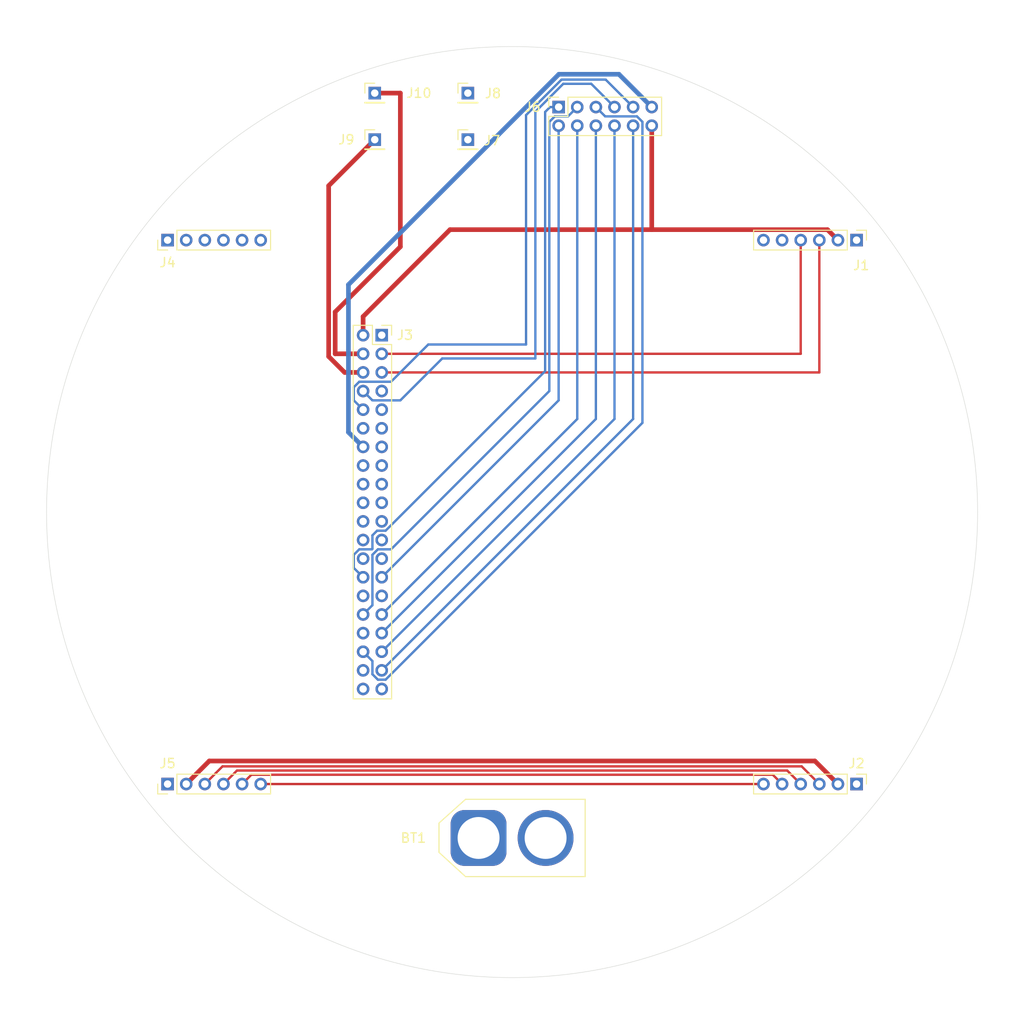
<source format=kicad_pcb>
(kicad_pcb (version 20240108) (generator "pcbnew") (generator_version "8.0")
  (layers (0 "F.Cu" signal) (1 "In1.Cu" power "-BATT") (2 "In2.Cu" power "+BATT") (31 "B.Cu" signal) (34 "B.Paste" user) (35 "F.Paste" user) (36 "B.SilkS" user "B.Silkscreen") (37 "F.SilkS" user "F.Silkscreen") (38 "B.Mask" user) (39 "F.Mask" user) (44 "Edge.Cuts" user))
  (net 0 "")
  (net 1 "+BATT")
  (net 2 "/GPIO26")
  (net 3 "/GPIO10")
  (net 4 "/GPIO6")
  (net 5 "/ID_SD")
  (net 6 "/GPIO16")
  (net 7 "/3V3")
  (net 8 "/GPIO23")
  (net 9 "/GPIO27")
  (net 10 "/GPIO21")
  (net 11 "/GPIO22")
  (net 12 "/ID_SC")
  (net 13 "/GPIO17")
  (net 14 "/GPIO20")
  (net 15 "/GPIO9")
  (net 16 "/GPIO12")
  (net 17 "/GPIO8")
  (net 18 "/GPIO13")
  (net 19 "/UART_RX")
  (net 20 "/GPIO5")
  (net 21 "/UART_TX")
  (net 22 "/GPIO4")
  (net 23 "/GPIO24")
  (net 24 "/GPIO25")
  (net 25 "/GPIO19")
  (net 26 "/GPIO7")
  (net 27 "/GPIO11")
  (net 28 "/GPIO18")
  (net 29 "/OE")
  (net 30 "/5V")
  (net 31 "/SCL")
  (net 32 "/SDA")
  (net 33 "-BATT")
  (footprint "Connector_AMASS:AMASS_XT60-F_1x02_P7.20mm_Vertical" (layer "F.Cu") (at 96.4 135)
    (property "Reference" "BT1" (at -7 0 180) (layer "F.SilkS"))
    (property "Value" "Battery")
    (fp_line (start -4.25 -1.6) (end -4.25 1.55) (stroke (width 0.12)) (layer "F.SilkS"))
    (fp_line (start -4.25 1.55) (end -1.4 4.15) (stroke (width 0.12)) (layer "F.SilkS"))
    (fp_line (start -1.4 -4.15) (end -4.25 -1.6) (stroke (width 0.12)) (layer "F.SilkS"))
    (fp_line (start -1.4 4.15) (end 11.45 4.15) (stroke (width 0.12)) (layer "F.SilkS"))
    (fp_line (start 11.45 -4.15) (end -1.4 -4.15) (stroke (width 0.12)) (layer "F.SilkS"))
    (fp_line (start 11.45 4.15) (end 11.45 -4.15) (stroke (width 0.12)) (layer "F.SilkS"))
    (pad "1" thru_hole roundrect (at 0 0) (size 6 6) (drill 4.5) (layers "*.Cu" "*.Mask") (net 33 "-BATT"))
    (pad "2" thru_hole circle (at 7.2 0) (size 6 6) (drill 4.5) (layers "*.Cu" "*.Mask") (net 1 "+BATT"))
  )
  (footprint "Connector_PinHeader_2.00mm:PinHeader_1x01_P2.00mm_Vertical" (layer "F.Cu") (at 85.25 55)
    (property "Reference" "J10" (at 4.75 0 0) (layer "F.SilkS"))
    (property "Value" "Out+")
    (fp_line (start -1.06 -1.06) (end 0 -1.06) (stroke (width 0.12)) (layer "F.SilkS"))
    (fp_line (start -1.06 0) (end -1.06 -1.06) (stroke (width 0.12)) (layer "F.SilkS"))
    (fp_line (start -1.06 1) (end -1.06 1.06) (stroke (width 0.12)) (layer "F.SilkS"))
    (fp_line (start -1.06 1) (end 1.06 1) (stroke (width 0.12)) (layer "F.SilkS"))
    (fp_line (start -1.06 1.06) (end 1.06 1.06) (stroke (width 0.12)) (layer "F.SilkS"))
    (fp_line (start 1.06 1) (end 1.06 1.06) (stroke (width 0.12)) (layer "F.SilkS"))
    (pad "1" thru_hole rect (at 0 0) (size 1.35 1.35) (drill 0.8) (layers "*.Cu" "*.Mask") (net 30 "/5V"))
  )
  (footprint "Connector_PinHeader_2.00mm:PinHeader_1x06_P2.00mm_Vertical" (layer "F.Cu") (at 137 129.21 -90)
    (property "Reference" "J2" (at -2.21 0 0) (layer "F.SilkS"))
    (property "Value" "Servo Driver Out")
    (fp_line (start -1.06 11.06) (end 1.06 11.06) (stroke (width 0.12)) (layer "F.SilkS"))
    (fp_line (start -1.06 1) (end -1.06 11.06) (stroke (width 0.12)) (layer "F.SilkS"))
    (fp_line (start -1.06 1) (end 1.06 1) (stroke (width 0.12)) (layer "F.SilkS"))
    (fp_line (start 1.06 1) (end 1.06 11.06) (stroke (width 0.12)) (layer "F.SilkS"))
    (fp_line (start -1.06 0) (end -1.06 -1.06) (stroke (width 0.12)) (layer "F.SilkS"))
    (fp_line (start -1.06 -1.06) (end 0 -1.06) (stroke (width 0.12)) (layer "F.SilkS"))
    (pad "1" thru_hole rect (at 0 0 270) (size 1.35 1.35) (drill 0.8) (layers "*.Cu" "*.Mask") (net 1 "+BATT"))
    (pad "2" thru_hole oval (at 0 2 270) (size 1.35 1.35) (drill 0.8) (layers "*.Cu" "*.Mask") (net 30 "/5V"))
    (pad "3" thru_hole oval (at 0 4 270) (size 1.35 1.35) (drill 0.8) (layers "*.Cu" "*.Mask") (net 31 "/SCL"))
    (pad "4" thru_hole oval (at 0 6 270) (size 1.35 1.35) (drill 0.8) (layers "*.Cu" "*.Mask") (net 32 "/SDA"))
    (pad "5" thru_hole oval (at 0 8 270) (size 1.35 1.35) (drill 0.8) (layers "*.Cu" "*.Mask") (net 29 "/OE"))
    (pad "6" thru_hole oval (at 0 10 270) (size 1.35 1.35) (drill 0.8) (layers "*.Cu" "*.Mask") (net 33 "-BATT"))
  )
  (footprint "Connector_PinHeader_2.00mm:PinHeader_1x06_P2.00mm_Vertical" (layer "F.Cu") (at 63 129.21 90)
    (property "Reference" "J5" (at 2.21 0 180) (layer "F.SilkS"))
    (property "Value" "Servo Driver In")
    (fp_line (start -1.06 -1.06) (end 0 -1.06) (stroke (width 0.12)) (layer "F.SilkS"))
    (fp_line (start -1.06 0) (end -1.06 -1.06) (stroke (width 0.12)) (layer "F.SilkS"))
    (fp_line (start 1.06 1) (end 1.06 11.06) (stroke (width 0.12)) (layer "F.SilkS"))
    (fp_line (start -1.06 1) (end 1.06 1) (stroke (width 0.12)) (layer "F.SilkS"))
    (fp_line (start -1.06 1) (end -1.06 11.06) (stroke (width 0.12)) (layer "F.SilkS"))
    (fp_line (start -1.06 11.06) (end 1.06 11.06) (stroke (width 0.12)) (layer "F.SilkS"))
    (pad "1" thru_hole rect (at 0 0 90) (size 1.35 1.35) (drill 0.8) (layers "*.Cu" "*.Mask") (net 1 "+BATT"))
    (pad "2" thru_hole oval (at 0 2 90) (size 1.35 1.35) (drill 0.8) (layers "*.Cu" "*.Mask") (net 30 "/5V"))
    (pad "3" thru_hole oval (at 0 4 90) (size 1.35 1.35) (drill 0.8) (layers "*.Cu" "*.Mask") (net 31 "/SCL"))
    (pad "4" thru_hole oval (at 0 6 90) (size 1.35 1.35) (drill 0.8) (layers "*.Cu" "*.Mask") (net 32 "/SDA"))
    (pad "5" thru_hole oval (at 0 8 90) (size 1.35 1.35) (drill 0.8) (layers "*.Cu" "*.Mask") (net 29 "/OE"))
    (pad "6" thru_hole oval (at 0 10 90) (size 1.35 1.35) (drill 0.8) (layers "*.Cu" "*.Mask") (net 33 "-BATT"))
  )
  (footprint "Connector_PinHeader_2.00mm:PinHeader_1x06_P2.00mm_Vertical" (layer "F.Cu") (at 63 70.79 90)
    (property "Reference" "J4" (at -2.41 0 180) (layer "F.SilkS"))
    (property "Value" "Servo Driver Out")
    (fp_line (start -1.06 -1.06) (end 0 -1.06) (stroke (width 0.12)) (layer "F.SilkS"))
    (fp_line (start -1.06 0) (end -1.06 -1.06) (stroke (width 0.12)) (layer "F.SilkS"))
    (fp_line (start 1.06 1) (end 1.06 11.06) (stroke (width 0.12)) (layer "F.SilkS"))
    (fp_line (start -1.06 1) (end 1.06 1) (stroke (width 0.12)) (layer "F.SilkS"))
    (fp_line (start -1.06 1) (end -1.06 11.06) (stroke (width 0.12)) (layer "F.SilkS"))
    (fp_line (start -1.06 11.06) (end 1.06 11.06) (stroke (width 0.12)) (layer "F.SilkS"))
    (pad "1" thru_hole rect (at 0 0 90) (size 1.35 1.35) (drill 0.8) (layers "*.Cu" "*.Mask") (net 1 "+BATT"))
    (pad "2" thru_hole oval (at 0 2 90) (size 1.35 1.35) (drill 0.8) (layers "*.Cu" "*.Mask") (net 30 "/5V"))
    (pad "3" thru_hole oval (at 0 4 90) (size 1.35 1.35) (drill 0.8) (layers "*.Cu" "*.Mask") (net 31 "/SCL"))
    (pad "4" thru_hole oval (at 0 6 90) (size 1.35 1.35) (drill 0.8) (layers "*.Cu" "*.Mask") (net 32 "/SDA"))
    (pad "5" thru_hole oval (at 0 8 90) (size 1.35 1.35) (drill 0.8) (layers "*.Cu" "*.Mask") (net 29 "/OE"))
    (pad "6" thru_hole oval (at 0 10 90) (size 1.35 1.35) (drill 0.8) (layers "*.Cu" "*.Mask") (net 33 "-BATT"))
  )
  (footprint "Connector_PinHeader_2.00mm:PinHeader_1x01_P2.00mm_Vertical" (layer "F.Cu") (at 85.25 60)
    (property "Reference" "J9" (at -3.05 0 0) (layer "F.SilkS"))
    (property "Value" "Out-")
    (fp_line (start -1.06 -1.06) (end 0 -1.06) (stroke (width 0.12)) (layer "F.SilkS"))
    (fp_line (start -1.06 0) (end -1.06 -1.06) (stroke (width 0.12)) (layer "F.SilkS"))
    (fp_line (start -1.06 1) (end -1.06 1.06) (stroke (width 0.12)) (layer "F.SilkS"))
    (fp_line (start -1.06 1) (end 1.06 1) (stroke (width 0.12)) (layer "F.SilkS"))
    (fp_line (start -1.06 1.06) (end 1.06 1.06) (stroke (width 0.12)) (layer "F.SilkS"))
    (fp_line (start 1.06 1) (end 1.06 1.06) (stroke (width 0.12)) (layer "F.SilkS"))
    (pad "1" thru_hole rect (at 0 0) (size 1.35 1.35) (drill 0.8) (layers "*.Cu" "*.Mask") (net 33 "-BATT"))
  )
  (footprint "Connector_PinHeader_2.00mm:PinHeader_1x06_P2.00mm_Vertical" (layer "F.Cu") (at 137 70.79 -90)
    (property "Reference" "J1" (at 2.71 -0.5 0) (layer "F.SilkS"))
    (property "Value" "Servo Driver In")
    (fp_line (start -1.06 11.06) (end 1.06 11.06) (stroke (width 0.12)) (layer "F.SilkS"))
    (fp_line (start -1.06 1) (end -1.06 11.06) (stroke (width 0.12)) (layer "F.SilkS"))
    (fp_line (start -1.06 1) (end 1.06 1) (stroke (width 0.12)) (layer "F.SilkS"))
    (fp_line (start 1.06 1) (end 1.06 11.06) (stroke (width 0.12)) (layer "F.SilkS"))
    (fp_line (start -1.06 0) (end -1.06 -1.06) (stroke (width 0.12)) (layer "F.SilkS"))
    (fp_line (start -1.06 -1.06) (end 0 -1.06) (stroke (width 0.12)) (layer "F.SilkS"))
    (pad "1" thru_hole rect (at 0 0 270) (size 1.35 1.35) (drill 0.8) (layers "*.Cu" "*.Mask") (net 1 "+BATT"))
    (pad "2" thru_hole oval (at 0 2 270) (size 1.35 1.35) (drill 0.8) (layers "*.Cu" "*.Mask") (net 30 "/5V"))
    (pad "3" thru_hole oval (at 0 4 270) (size 1.35 1.35) (drill 0.8) (layers "*.Cu" "*.Mask") (net 31 "/SCL"))
    (pad "4" thru_hole oval (at 0 6 270) (size 1.35 1.35) (drill 0.8) (layers "*.Cu" "*.Mask") (net 32 "/SDA"))
    (pad "5" thru_hole oval (at 0 8 270) (size 1.35 1.35) (drill 0.8) (layers "*.Cu" "*.Mask") (net 29 "/OE"))
    (pad "6" thru_hole oval (at 0 10 270) (size 1.35 1.35) (drill 0.8) (layers "*.Cu" "*.Mask") (net 33 "-BATT"))
  )
  (footprint "Connector_PinHeader_2.00mm:PinHeader_1x01_P2.00mm_Vertical" (layer "F.Cu") (at 95.25 60)
    (property "Reference" "J7" (at 2.6 0.1 0) (layer "F.SilkS"))
    (property "Value" "IN-")
    (fp_line (start -1.06 -1.06) (end 0 -1.06) (stroke (width 0.12)) (layer "F.SilkS"))
    (fp_line (start -1.06 0) (end -1.06 -1.06) (stroke (width 0.12)) (layer "F.SilkS"))
    (fp_line (start -1.06 1) (end -1.06 1.06) (stroke (width 0.12)) (layer "F.SilkS"))
    (fp_line (start -1.06 1) (end 1.06 1) (stroke (width 0.12)) (layer "F.SilkS"))
    (fp_line (start -1.06 1.06) (end 1.06 1.06) (stroke (width 0.12)) (layer "F.SilkS"))
    (fp_line (start 1.06 1) (end 1.06 1.06) (stroke (width 0.12)) (layer "F.SilkS"))
    (pad "1" thru_hole rect (at 0 0) (size 1.35 1.35) (drill 0.8) (layers "*.Cu" "*.Mask") (net 33 "-BATT"))
  )
  (footprint "Connector_PinSocket_2.00mm:PinSocket_2x20_P2.00mm_Vertical" (layer "F.Cu") (at 86 81)
    (property "Reference" "J3" (at 2.5 0 0) (layer "F.SilkS"))
    (property "Value" "Raspberry")
    (fp_line (start -3.06 -1.06) (end -3.06 39.06) (stroke (width 0.12)) (layer "F.SilkS"))
    (fp_line (start -3.06 -1.06) (end -1 -1.06) (stroke (width 0.12)) (layer "F.SilkS"))
    (fp_line (start -3.06 39.06) (end 1.06 39.06) (stroke (width 0.12)) (layer "F.SilkS"))
    (fp_line (start -1 -1.06) (end -1 1) (stroke (width 0.12)) (layer "F.SilkS"))
    (fp_line (start -1 1) (end 1.06 1) (stroke (width 0.12)) (layer "F.SilkS"))
    (fp_line (start 0 -1.06) (end 1.06 -1.06) (stroke (width 0.12)) (layer "F.SilkS"))
    (fp_line (start 1.06 -1.06) (end 1.06 0) (stroke (width 0.12)) (layer "F.SilkS"))
    (fp_line (start 1.06 1) (end 1.06 39.06) (stroke (width 0.12)) (layer "F.SilkS"))
    (pad "1" thru_hole rect (at 0 0) (size 1.35 1.35) (drill 0.8) (layers "*.Cu" "*.Mask") (net 7 "/3V3"))
    (pad "2" thru_hole oval (at -2 0) (size 1.35 1.35) (drill 0.8) (layers "*.Cu" "*.Mask") (net 30 "/5V"))
    (pad "3" thru_hole oval (at 0 2) (size 1.35 1.35) (drill 0.8) (layers "*.Cu" "*.Mask") (net 32 "/SDA"))
    (pad "4" thru_hole oval (at -2 2) (size 1.35 1.35) (drill 0.8) (layers "*.Cu" "*.Mask") (net 30 "/5V"))
    (pad "5" thru_hole oval (at 0 4) (size 1.35 1.35) (drill 0.8) (layers "*.Cu" "*.Mask") (net 31 "/SCL"))
    (pad "6" thru_hole oval (at -2 4) (size 1.35 1.35) (drill 0.8) (layers "*.Cu" "*.Mask") (net 33 "-BATT"))
    (pad "7" thru_hole oval (at 0 6) (size 1.35 1.35) (drill 0.8) (layers "*.Cu" "*.Mask") (net 22 "/GPIO4"))
    (pad "8" thru_hole oval (at -2 6) (size 1.35 1.35) (drill 0.8) (layers "*.Cu" "*.Mask") (net 21 "/UART_TX"))
    (pad "9" thru_hole oval (at 0 8) (size 1.35 1.35) (drill 0.8) (layers "*.Cu" "*.Mask") (net 33 "-BATT"))
    (pad "10" thru_hole oval (at -2 8) (size 1.35 1.35) (drill 0.8) (layers "*.Cu" "*.Mask") (net 19 "/UART_RX"))
    (pad "11" thru_hole oval (at 0 10) (size 1.35 1.35) (drill 0.8) (layers "*.Cu" "*.Mask") (net 13 "/GPIO17"))
    (pad "12" thru_hole oval (at -2 10) (size 1.35 1.35) (drill 0.8) (layers "*.Cu" "*.Mask") (net 28 "/GPIO18"))
    (pad "13" thru_hole oval (at 0 12) (size 1.35 1.35) (drill 0.8) (layers "*.Cu" "*.Mask") (net 9 "/GPIO27"))
    (pad "14" thru_hole oval (at -2 12) (size 1.35 1.35) (drill 0.8) (layers "*.Cu" "*.Mask") (net 33 "-BATT"))
    (pad "15" thru_hole oval (at 0 14) (size 1.35 1.35) (drill 0.8) (layers "*.Cu" "*.Mask") (net 11 "/GPIO22"))
    (pad "16" thru_hole oval (at -2 14) (size 1.35 1.35) (drill 0.8) (layers "*.Cu" "*.Mask") (net 8 "/GPIO23"))
    (pad "17" thru_hole oval (at 0 16) (size 1.35 1.35) (drill 0.8) (layers "*.Cu" "*.Mask") (net 7 "/3V3"))
    (pad "18" thru_hole oval (at -2 16) (size 1.35 1.35) (drill 0.8) (layers "*.Cu" "*.Mask") (net 23 "/GPIO24"))
    (pad "19" thru_hole oval (at 0 18) (size 1.35 1.35) (drill 0.8) (layers "*.Cu" "*.Mask") (net 3 "/GPIO10"))
    (pad "20" thru_hole oval (at -2 18) (size 1.35 1.35) (drill 0.8) (layers "*.Cu" "*.Mask") (net 33 "-BATT"))
    (pad "21" thru_hole oval (at 0 20) (size 1.35 1.35) (drill 0.8) (layers "*.Cu" "*.Mask") (net 15 "/GPIO9"))
    (pad "22" thru_hole oval (at -2 20) (size 1.35 1.35) (drill 0.8) (layers "*.Cu" "*.Mask") (net 24 "/GPIO25"))
    (pad "23" thru_hole oval (at 0 22) (size 1.35 1.35) (drill 0.8) (layers "*.Cu" "*.Mask") (net 27 "/GPIO11"))
    (pad "24" thru_hole oval (at -2 22) (size 1.35 1.35) (drill 0.8) (layers "*.Cu" "*.Mask") (net 17 "/GPIO8"))
    (pad "25" thru_hole oval (at 0 24) (size 1.35 1.35) (drill 0.8) (layers "*.Cu" "*.Mask") (net 33 "-BATT"))
    (pad "26" thru_hole oval (at -2 24) (size 1.35 1.35) (drill 0.8) (layers "*.Cu" "*.Mask") (net 26 "/GPIO7"))
    (pad "27" thru_hole oval (at 0 26) (size 1.35 1.35) (drill 0.8) (layers "*.Cu" "*.Mask") (net 5 "/ID_SD"))
    (pad "28" thru_hole oval (at -2 26) (size 1.35 1.35) (drill 0.8) (layers "*.Cu" "*.Mask") (net 12 "/ID_SC"))
    (pad "29" thru_hole oval (at 0 28) (size 1.35 1.35) (drill 0.8) (layers "*.Cu" "*.Mask") (net 20 "/GPIO5"))
    (pad "30" thru_hole oval (at -2 28) (size 1.35 1.35) (drill 0.8) (layers "*.Cu" "*.Mask") (net 33 "-BATT"))
    (pad "31" thru_hole oval (at 0 30) (size 1.35 1.35) (drill 0.8) (layers "*.Cu" "*.Mask") (net 4 "/GPIO6"))
    (pad "32" thru_hole oval (at -2 30) (size 1.35 1.35) (drill 0.8) (layers "*.Cu" "*.Mask") (net 16 "/GPIO12"))
    (pad "33" thru_hole oval (at 0 32) (size 1.35 1.35) (drill 0.8) (layers "*.Cu" "*.Mask") (net 18 "/GPIO13"))
    (pad "34" thru_hole oval (at -2 32) (size 1.35 1.35) (drill 0.8) (layers "*.Cu" "*.Mask") (net 33 "-BATT"))
    (pad "35" thru_hole oval (at 0 34) (size 1.35 1.35) (drill 0.8) (layers "*.Cu" "*.Mask") (net 25 "/GPIO19"))
    (pad "36" thru_hole oval (at -2 34) (size 1.35 1.35) (drill 0.8) (layers "*.Cu" "*.Mask") (net 6 "/GPIO16"))
    (pad "37" thru_hole oval (at 0 36) (size 1.35 1.35) (drill 0.8) (layers "*.Cu" "*.Mask") (net 2 "/GPIO26"))
    (pad "38" thru_hole oval (at -2 36) (size 1.35 1.35) (drill 0.8) (layers "*.Cu" "*.Mask") (net 14 "/GPIO20"))
    (pad "39" thru_hole oval (at 0 38) (size 1.35 1.35) (drill 0.8) (layers "*.Cu" "*.Mask") (net 33 "-BATT"))
    (pad "40" thru_hole oval (at -2 38) (size 1.35 1.35) (drill 0.8) (layers "*.Cu" "*.Mask") (net 10 "/GPIO21"))
  )
  (footprint "Connector_PinHeader_2.00mm:PinHeader_1x01_P2.00mm_Vertical" (layer "F.Cu") (at 95.25 55)
    (property "Reference" "J8" (at 2.696 0.036 0) (layer "F.SilkS"))
    (property "Value" "IN+")
    (fp_line (start -1.06 -1.06) (end 0 -1.06) (stroke (width 0.12)) (layer "F.SilkS"))
    (fp_line (start -1.06 0) (end -1.06 -1.06) (stroke (width 0.12)) (layer "F.SilkS"))
    (fp_line (start -1.06 1) (end -1.06 1.06) (stroke (width 0.12)) (layer "F.SilkS"))
    (fp_line (start -1.06 1) (end 1.06 1) (stroke (width 0.12)) (layer "F.SilkS"))
    (fp_line (start -1.06 1.06) (end 1.06 1.06) (stroke (width 0.12)) (layer "F.SilkS"))
    (fp_line (start 1.06 1) (end 1.06 1.06) (stroke (width 0.12)) (layer "F.SilkS"))
    (pad "1" thru_hole rect (at 0 0) (size 1.35 1.35) (drill 0.8) (layers "*.Cu" "*.Mask") (net 1 "+BATT"))
  )
  (footprint "Connector_PinSocket_2.00mm:PinSocket_2x06_P2.00mm_Vertical" (layer "F.Cu") (at 105 56.5 90)
    (property "Reference" "J6" (at 0 -2.8 0) (layer "F.SilkS"))
    (property "Value" "Conn_02x06_Odd_Even")
    (fp_line (start 1.06 -1.06) (end 1.06 0) (stroke (width 0.12)) (layer "F.SilkS"))
    (fp_line (start 0 -1.06) (end 1.06 -1.06) (stroke (width 0.12)) (layer "F.SilkS"))
    (fp_line (start -1 -1.06) (end -1 1) (stroke (width 0.12)) (layer "F.SilkS"))
    (fp_line (start -3.06 -1.06) (end -1 -1.06) (stroke (width 0.12)) (layer "F.SilkS"))
    (fp_line (start -3.06 -1.06) (end -3.06 11.06) (stroke (width 0.12)) (layer "F.SilkS"))
    (fp_line (start 1.06 1) (end 1.06 11.06) (stroke (width 0.12)) (layer "F.SilkS"))
    (fp_line (start -1 1) (end 1.06 1) (stroke (width 0.12)) (layer "F.SilkS"))
    (fp_line (start -3.06 11.06) (end 1.06 11.06) (stroke (width 0.12)) (layer "F.SilkS"))
    (pad "1" thru_hole rect (at 0 0 90) (size 1.35 1.35) (drill 0.8) (layers "*.Cu" "*.Mask") (net 12 "/ID_SC"))
    (pad "2" thru_hole oval (at -2 0 90) (size 1.35 1.35) (drill 0.8) (layers "*.Cu" "*.Mask") (net 5 "/ID_SD"))
    (pad "3" thru_hole oval (at 0 2 90) (size 1.35 1.35) (drill 0.8) (layers "*.Cu" "*.Mask") (net 16 "/GPIO12"))
    (pad "4" thru_hole oval (at -2 2 90) (size 1.35 1.35) (drill 0.8) (layers "*.Cu" "*.Mask") (net 4 "/GPIO6"))
    (pad "5" thru_hole oval (at 0 4 90) (size 1.35 1.35) (drill 0.8) (layers "*.Cu" "*.Mask") (net 6 "/GPIO16"))
    (pad "6" thru_hole oval (at -2 4 90) (size 1.35 1.35) (drill 0.8) (layers "*.Cu" "*.Mask") (net 18 "/GPIO13"))
    (pad "7" thru_hole oval (at 0 6 90) (size 1.35 1.35) (drill 0.8) (layers "*.Cu" "*.Mask") (net 21 "/UART_TX"))
    (pad "8" thru_hole oval (at -2 6 90) (size 1.35 1.35) (drill 0.8) (layers "*.Cu" "*.Mask") (net 25 "/GPIO19"))
    (pad "9" thru_hole oval (at 0 8 90) (size 1.35 1.35) (drill 0.8) (layers "*.Cu" "*.Mask") (net 19 "/UART_RX"))
    (pad "10" thru_hole oval (at -2 8 90) (size 1.35 1.35) (drill 0.8) (layers "*.Cu" "*.Mask") (net 2 "/GPIO26"))
    (pad "11" thru_hole oval (at 0 10 90) (size 1.35 1.35) (drill 0.8) (layers "*.Cu" "*.Mask") (net 33 "-BATT"))
    (pad "12" thru_hole oval (at -2 10 90) (size 1.35 1.35) (drill 0.8) (layers "*.Cu" "*.Mask") (net 30 "/5V"))
  )
  (gr_circle (center 100 100) (end 150 100) (stroke (width 0.05)) (fill none) (layer "Edge.Cuts"))
  (segment (start 113 58.5) (end 113 90) (width 0.25) (layer "B.Cu") (net 2))
  (segment (start 113 90) (end 86 117) (width 0.25) (layer "B.Cu") (net 2))
  (segment (start 107 58.5) (end 107 90) (width 0.25) (layer "B.Cu") (net 4))
  (segment (start 107 90) (end 86 111) (width 0.25) (layer "B.Cu") (net 4))
  (segment (start 105 88) (end 86 107) (width 0.25) (layer "B.Cu") (net 5))
  (segment (start 105 58.5) (end 105 88) (width 0.25) (layer "B.Cu") (net 5))
  (segment (start 86.414214 118) (end 85.585786 118) (width 0.25) (layer "B.Cu") (net 6))
  (segment (start 85 116) (end 84 115) (width 0.25) (layer "B.Cu") (net 6))
  (segment (start 85 117.414214) (end 85 116) (width 0.25) (layer "B.Cu") (net 6))
  (segment (start 110 57.5) (end 113.414214 57.5) (width 0.25) (layer "B.Cu") (net 6))
  (segment (start 114 58.085786) (end 114 90.414214) (width 0.25) (layer "B.Cu") (net 6))
  (segment (start 113.414214 57.5) (end 114 58.085786) (width 0.25) (layer "B.Cu") (net 6))
  (segment (start 114 90.414214) (end 86.414214 118) (width 0.25) (layer "B.Cu") (net 6))
  (segment (start 85.585786 118) (end 85 117.414214) (width 0.25) (layer "B.Cu") (net 6))
  (segment (start 109 56.5) (end 110 57.5) (width 0.25) (layer "B.Cu") (net 6))
  (segment (start 105 56.5) (end 104.075 56.5) (width 0.25) (layer "B.Cu") (net 12))
  (segment (start 83 106) (end 84 107) (width 0.25) (layer "B.Cu") (net 12))
  (segment (start 85 102.5) (end 85 103.94939) (width 0.25) (layer "B.Cu") (net 12))
  (segment (start 85 103.94939) (end 84.94939 104) (width 0.25) (layer "B.Cu") (net 12))
  (segment (start 86.414214 102) (end 85.5 102) (width 0.25) (layer "B.Cu") (net 12))
  (segment (start 85.5 102) (end 85 102.5) (width 0.25) (layer "B.Cu") (net 12))
  (segment (start 84.94939 104) (end 83.585786 104) (width 0.25) (layer "B.Cu") (net 12))
  (segment (start 83 104.585786) (end 83 106) (width 0.25) (layer "B.Cu") (net 12))
  (segment (start 104.075 56.5) (end 103.55 57.025) (width 0.25) (layer "B.Cu") (net 12))
  (segment (start 83.585786 104) (end 83 104.585786) (width 0.25) (layer "B.Cu") (net 12))
  (segment (start 103.55 57.025) (end 103.55 84.864214) (width 0.25) (layer "B.Cu") (net 12))
  (segment (start 103.55 84.864214) (end 86.414214 102) (width 0.25) (layer "B.Cu") (net 12))
  (segment (start 85 110) (end 84 111) (width 0.25) (layer "B.Cu") (net 16))
  (segment (start 87 104) (end 85.585786 104) (width 0.25) (layer "B.Cu") (net 16))
  (segment (start 85.585786 104) (end 85 104.585786) (width 0.25) (layer "B.Cu") (net 16))
  (segment (start 107 56.5) (end 106 57.5) (width 0.25) (layer "B.Cu") (net 16))
  (segment (start 104 87) (end 87 104) (width 0.25) (layer "B.Cu") (net 16))
  (segment (start 85 104.585786) (end 85 110) (width 0.25) (layer "B.Cu") (net 16))
  (segment (start 104 58.085786) (end 104 87) (width 0.25) (layer "B.Cu") (net 16))
  (segment (start 106 57.5) (end 104.585786 57.5) (width 0.25) (layer "B.Cu") (net 16))
  (segment (start 104.585786 57.5) (end 104 58.085786) (width 0.25) (layer "B.Cu") (net 16))
  (segment (start 109 58.5) (end 109 90) (width 0.25) (layer "B.Cu") (net 18))
  (segment (start 109 90) (end 86 113) (width 0.25) (layer "B.Cu") (net 18))
  (segment (start 110.05 53.55) (end 105.313604 53.55) (width 0.25) (layer "B.Cu") (net 19))
  (segment (start 105.313604 53.55) (end 101.5 57.363604) (width 0.25) (layer "B.Cu") (net 19))
  (segment (start 83 88) (end 84 89) (width 0.25) (layer "B.Cu") (net 19))
  (segment (start 113 56.5) (end 110.05 53.55) (width 0.25) (layer "B.Cu") (net 19))
  (segment (start 91 82) (end 87 86) (width 0.25) (layer "B.Cu") (net 19))
  (segment (start 83.585786 86) (end 83 86.585786) (width 0.25) (layer "B.Cu") (net 19))
  (segment (start 87 86) (end 83.585786 86) (width 0.25) (layer "B.Cu") (net 19))
  (segment (start 101.5 82) (end 91 82) (width 0.25) (layer "B.Cu") (net 19))
  (segment (start 101.5 57.363604) (end 101.5 82) (width 0.25) (layer "B.Cu") (net 19))
  (segment (start 83 86.585786) (end 83 88) (width 0.25) (layer "B.Cu") (net 19))
  (segment (start 92.5 83.5) (end 88 88) (width 0.25) (layer "B.Cu") (net 21))
  (segment (start 88 88) (end 85 88) (width 0.25) (layer "B.Cu") (net 21))
  (segment (start 102.5 83.5) (end 92.5 83.5) (width 0.25) (layer "B.Cu") (net 21))
  (segment (start 105.5 54) (end 102.5 57) (width 0.25) (layer "B.Cu") (net 21))
  (segment (start 85 88) (end 84 87) (width 0.25) (layer "B.Cu") (net 21))
  (segment (start 108.5 54) (end 105.5 54) (width 0.25) (layer "B.Cu") (net 21))
  (segment (start 102.5 57) (end 102.5 83.5) (width 0.25) (layer "B.Cu") (net 21))
  (segment (start 111 56.5) (end 108.5 54) (width 0.25) (layer "B.Cu") (net 21))
  (segment (start 111 90) (end 86 115) (width 0.25) (layer "B.Cu") (net 25))
  (segment (start 111 58.5) (end 111 90) (width 0.25) (layer "B.Cu") (net 25))
  (segment (start 72 128.21) (end 128 128.21) (width 0.25) (layer "F.Cu") (net 29))
  (segment (start 128 128.21) (end 129 129.21) (width 0.25) (layer "F.Cu") (net 29))
  (segment (start 71 129.21) (end 72 128.21) (width 0.25) (layer "F.Cu") (net 29))
  (segment (start 81 83) (end 81 78.5) (width 0.5) (layer "F.Cu") (net 30))
  (segment (start 88 55) (end 85.25 55) (width 0.5) (layer "F.Cu") (net 30))
  (segment (start 132.525 126.735) (end 135 129.21) (width 0.5) (layer "F.Cu") (net 30))
  (segment (start 65 129.21) (end 67.475 126.735) (width 0.5) (layer "F.Cu") (net 30))
  (segment (start 84 83) (end 81 83) (width 0.5) (layer "F.Cu") (net 30))
  (segment (start 84 81) (end 84 79) (width 0.5) (layer "F.Cu") (net 30))
  (segment (start 84 79) (end 93.335 69.665) (width 0.5) (layer "F.Cu") (net 30))
  (segment (start 88 71.5) (end 88 55) (width 0.5) (layer "F.Cu") (net 30))
  (segment (start 115 58.5) (end 115 69.665) (width 0.5) (layer "F.Cu") (net 30))
  (segment (start 93.335 69.665) (end 115 69.665) (width 0.5) (layer "F.Cu") (net 30))
  (segment (start 133.875 69.665) (end 135 70.79) (width 0.5) (layer "F.Cu") (net 30))
  (segment (start 115 69.665) (end 133.875 69.665) (width 0.5) (layer "F.Cu") (net 30))
  (segment (start 67.475 126.735) (end 132.525 126.735) (width 0.5) (layer "F.Cu") (net 30))
  (segment (start 81 78.5) (end 88 71.5) (width 0.5) (layer "F.Cu") (net 30))
  (segment (start 68.9 127.31) (end 131.1 127.31) (width 0.25) (layer "F.Cu") (net 31))
  (segment (start 86 85) (end 133 85) (width 0.25) (layer "F.Cu") (net 31))
  (segment (start 67 129.21) (end 68.9 127.31) (width 0.25) (layer "F.Cu") (net 31))
  (segment (start 133 85) (end 133 70.79) (width 0.25) (layer "F.Cu") (net 31))
  (segment (start 131.1 127.31) (end 133 129.21) (width 0.25) (layer "F.Cu") (net 31))
  (segment (start 69 129.21) (end 70.45 127.76) (width 0.25) (layer "F.Cu") (net 32))
  (segment (start 131 83) (end 86 83) (width 0.25) (layer "F.Cu") (net 32))
  (segment (start 129.55 127.76) (end 131 129.21) (width 0.25) (layer "F.Cu") (net 32))
  (segment (start 131 70.79) (end 131 83) (width 0.25) (layer "F.Cu") (net 32))
  (segment (start 70.45 127.76) (end 129.55 127.76) (width 0.25) (layer "F.Cu") (net 32))
  (segment (start 82.010051 85) (end 84 85) (width 0.5) (layer "F.Cu") (net 33))
  (segment (start 85.25 60) (end 80.3 64.95) (width 0.5) (layer "F.Cu") (net 33))
  (segment (start 73 129.21) (end 127 129.21) (width 0.25) (layer "F.Cu") (net 33))
  (segment (start 80.3 64.95) (end 80.3 83.289949) (width 0.5) (layer "F.Cu") (net 33))
  (segment (start 80.3 83.289949) (end 82.010051 85) (width 0.5) (layer "F.Cu") (net 33))
  (segment (start 111.475 52.975) (end 105.025 52.975) (width 0.5) (layer "B.Cu") (net 33))
  (segment (start 115 56.5) (end 111.475 52.975) (width 0.5) (layer "B.Cu") (net 33))
  (segment (start 82.425 91.425) (end 84 93) (width 0.5) (layer "B.Cu") (net 33))
  (segment (start 105.025 52.975) (end 82.425 75.575) (width 0.5) (layer "B.Cu") (net 33))
  (segment (start 82.425 75.575) (end 82.425 91.425) (width 0.5) (layer "B.Cu") (net 33))
)
</source>
